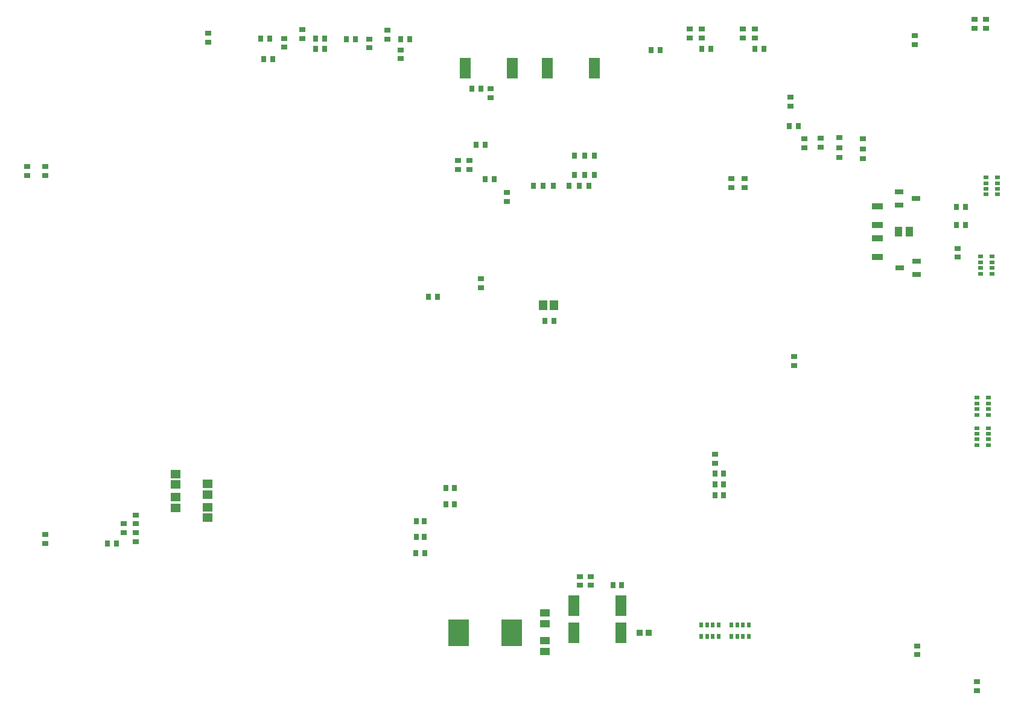
<source format=gbp>
G04*
G04 #@! TF.GenerationSoftware,Altium Limited,Altium Designer,19.0.10 (269)*
G04*
G04 Layer_Color=128*
%FSLAX25Y25*%
%MOIN*%
G70*
G01*
G75*
%ADD21R,0.03543X0.02953*%
%ADD23R,0.03543X0.03150*%
%ADD41R,0.03347X0.02953*%
%ADD46R,0.03347X0.02756*%
%ADD47R,0.03150X0.03543*%
%ADD49R,0.02756X0.03347*%
%ADD50R,0.05315X0.04528*%
%ADD140R,0.11811X0.15000*%
%ADD141R,0.02953X0.03543*%
%ADD142R,0.02953X0.03347*%
%ADD143R,0.03347X0.03543*%
%ADD144R,0.05315X0.04134*%
%ADD145R,0.03937X0.05315*%
%ADD146R,0.04528X0.05315*%
%ADD147R,0.04724X0.03150*%
%ADD148R,0.06102X0.03543*%
%ADD149R,0.05906X0.11811*%
%ADD150R,0.02756X0.01968*%
%ADD151R,0.01968X0.02756*%
D21*
X745079Y217028D02*
D03*
Y212106D02*
D03*
X711929Y236713D02*
D03*
Y231791D02*
D03*
X320197Y570374D02*
D03*
Y575295D02*
D03*
X280433Y309055D02*
D03*
Y304134D02*
D03*
X230433Y298228D02*
D03*
Y293307D02*
D03*
X734173Y451476D02*
D03*
Y456398D02*
D03*
X644095Y391634D02*
D03*
Y396555D02*
D03*
X464567Y504823D02*
D03*
Y499902D02*
D03*
X616732Y490059D02*
D03*
Y494980D02*
D03*
D23*
X649567Y511909D02*
D03*
Y516831D02*
D03*
X586221Y577651D02*
D03*
Y572730D02*
D03*
X682087Y511417D02*
D03*
Y516929D02*
D03*
Y505905D02*
D03*
X668799Y506496D02*
D03*
Y517520D02*
D03*
Y512008D02*
D03*
X615748Y572730D02*
D03*
Y577651D02*
D03*
X710630Y573819D02*
D03*
Y568898D02*
D03*
X531496Y275098D02*
D03*
Y270177D02*
D03*
D41*
X641929Y534941D02*
D03*
Y539862D02*
D03*
D46*
X372287Y572342D02*
D03*
Y577264D02*
D03*
X419449Y571949D02*
D03*
Y576870D02*
D03*
X600187Y337697D02*
D03*
Y342618D02*
D03*
X471063Y434744D02*
D03*
Y439665D02*
D03*
X743701Y582874D02*
D03*
Y577953D02*
D03*
X485433Y487362D02*
D03*
Y482441D02*
D03*
X476378Y539764D02*
D03*
Y544685D02*
D03*
X592953Y572736D02*
D03*
Y577658D02*
D03*
X622323Y572736D02*
D03*
Y577658D02*
D03*
X658465Y512303D02*
D03*
Y517224D02*
D03*
X750000Y577953D02*
D03*
Y582874D02*
D03*
X280433Y299213D02*
D03*
Y294291D02*
D03*
X220433Y501476D02*
D03*
Y496555D02*
D03*
X230433Y501476D02*
D03*
Y496555D02*
D03*
X273622Y299213D02*
D03*
Y304134D02*
D03*
X362205Y567520D02*
D03*
Y572441D02*
D03*
X426772Y566043D02*
D03*
Y561122D02*
D03*
X409449Y567126D02*
D03*
Y572047D02*
D03*
X525591Y275098D02*
D03*
Y270177D02*
D03*
X609449Y494980D02*
D03*
Y490059D02*
D03*
X458268Y499980D02*
D03*
Y504902D02*
D03*
D47*
X396654Y572047D02*
D03*
X401575D02*
D03*
X530709Y490945D02*
D03*
X519685D02*
D03*
X525197D02*
D03*
X499803D02*
D03*
X510827D02*
D03*
X505315D02*
D03*
X533752Y507677D02*
D03*
X522728D02*
D03*
X528240D02*
D03*
X533752Y496850D02*
D03*
X522728D02*
D03*
X528240D02*
D03*
X646161Y524016D02*
D03*
X641240D02*
D03*
X379567Y572441D02*
D03*
X384488D02*
D03*
X426673Y572047D02*
D03*
X431595D02*
D03*
X354331Y572441D02*
D03*
X349410D02*
D03*
X738681Y479331D02*
D03*
X733760D02*
D03*
X738681Y469331D02*
D03*
X733760D02*
D03*
X600177Y331847D02*
D03*
X605098D02*
D03*
D49*
X456398Y314961D02*
D03*
X451476D02*
D03*
X478346Y494488D02*
D03*
X473425D02*
D03*
X439665Y305709D02*
D03*
X435138D02*
D03*
X470866Y544685D02*
D03*
X465945D02*
D03*
X592953Y566535D02*
D03*
X597874D02*
D03*
X622323D02*
D03*
X627244D02*
D03*
X439862Y287992D02*
D03*
X434941D02*
D03*
X456398Y323819D02*
D03*
X451476D02*
D03*
X435138Y296850D02*
D03*
X439665D02*
D03*
X379567Y566541D02*
D03*
X384488D02*
D03*
X600171Y319951D02*
D03*
X605092D02*
D03*
Y325899D02*
D03*
X600171D02*
D03*
X543799Y270276D02*
D03*
X548721D02*
D03*
D50*
X319882Y313356D02*
D03*
Y307648D02*
D03*
X302165Y313090D02*
D03*
Y318799D02*
D03*
X319882Y326152D02*
D03*
Y320443D02*
D03*
X302165Y325886D02*
D03*
Y331594D02*
D03*
D140*
X458661Y244094D02*
D03*
X487795D02*
D03*
D141*
X442028Y429626D02*
D03*
X446949D02*
D03*
X355807Y561024D02*
D03*
X350886D02*
D03*
X569882Y565945D02*
D03*
X564961D02*
D03*
X264764Y293307D02*
D03*
X269685D02*
D03*
X511319Y416339D02*
D03*
X506398D02*
D03*
D142*
X468405Y513779D02*
D03*
X473327D02*
D03*
D143*
X563583Y244094D02*
D03*
X558465D02*
D03*
D144*
X506398Y239665D02*
D03*
Y233760D02*
D03*
Y254921D02*
D03*
Y249016D02*
D03*
D145*
X707677Y465551D02*
D03*
X701772D02*
D03*
D146*
X505315Y425039D02*
D03*
X511319D02*
D03*
D147*
X711378Y483937D02*
D03*
X701929Y487677D02*
D03*
Y480197D02*
D03*
X711614Y449331D02*
D03*
Y441850D02*
D03*
X702165Y445590D02*
D03*
D148*
X689961Y451476D02*
D03*
Y461909D02*
D03*
Y479626D02*
D03*
Y469193D02*
D03*
D149*
X462205Y556102D02*
D03*
X488189D02*
D03*
X507677D02*
D03*
X533661D02*
D03*
X522441Y258858D02*
D03*
X548425D02*
D03*
X522441Y244094D02*
D03*
X548425D02*
D03*
D150*
X756299Y492441D02*
D03*
Y489291D02*
D03*
Y486142D02*
D03*
Y495590D02*
D03*
X750000Y492441D02*
D03*
Y489291D02*
D03*
Y486142D02*
D03*
Y495590D02*
D03*
X746850Y451884D02*
D03*
Y442436D02*
D03*
Y445585D02*
D03*
Y448735D02*
D03*
X753150Y451884D02*
D03*
Y442436D02*
D03*
Y445585D02*
D03*
Y448735D02*
D03*
X744882Y373819D02*
D03*
Y364370D02*
D03*
Y367520D02*
D03*
Y370669D02*
D03*
X751181Y373819D02*
D03*
Y364370D02*
D03*
Y367520D02*
D03*
Y370669D02*
D03*
X744882Y357087D02*
D03*
Y347638D02*
D03*
Y350787D02*
D03*
Y353937D02*
D03*
X751181Y357087D02*
D03*
Y347638D02*
D03*
Y350787D02*
D03*
Y353937D02*
D03*
D151*
X618898Y248228D02*
D03*
X609449D02*
D03*
X612598D02*
D03*
X615748D02*
D03*
X618898Y241929D02*
D03*
X609449D02*
D03*
X612598D02*
D03*
X615748D02*
D03*
X602165Y248228D02*
D03*
X592717D02*
D03*
X595866D02*
D03*
X599016D02*
D03*
X602165Y241929D02*
D03*
X592717D02*
D03*
X595866D02*
D03*
X599016D02*
D03*
M02*

</source>
